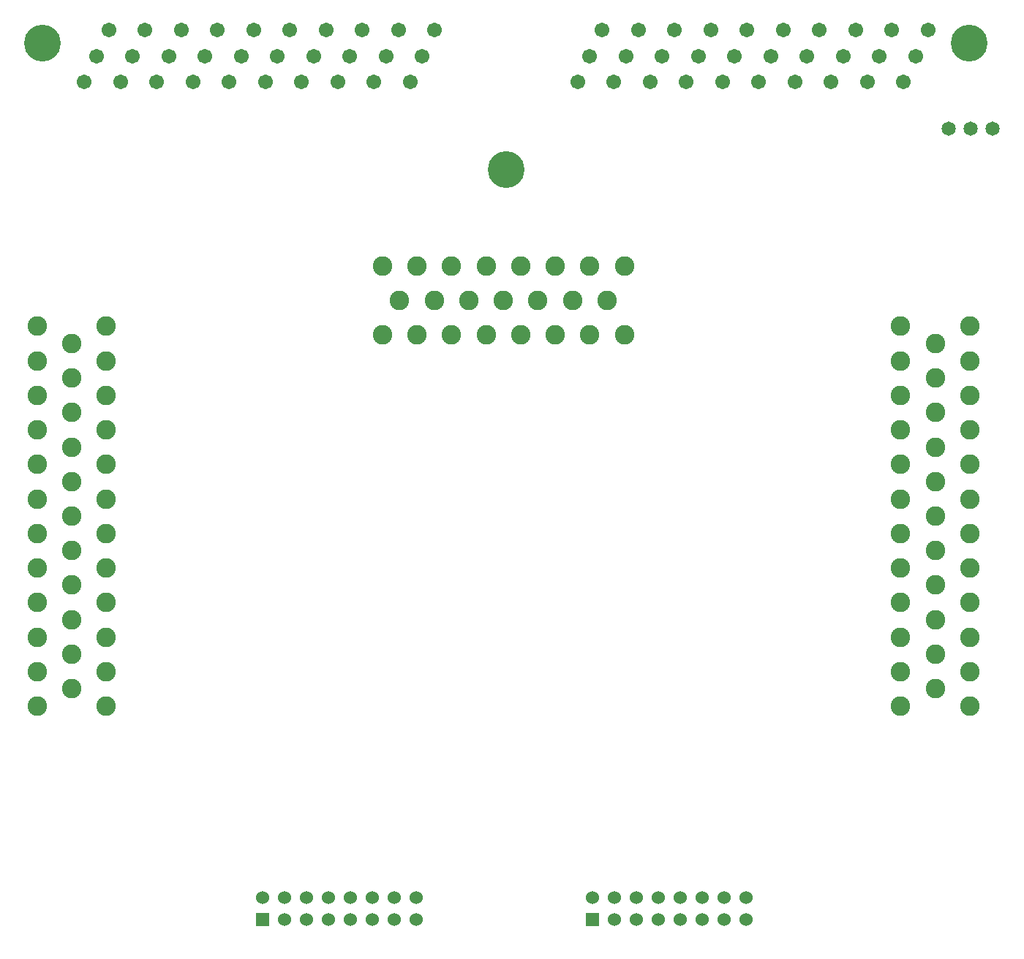
<source format=gbs>
G04 #@! TF.GenerationSoftware,KiCad,Pcbnew,(5.1.8)-1*
G04 #@! TF.CreationDate,2021-01-12T20:25:40-06:00*
G04 #@! TF.ProjectId,5.0mustangProteusPnP,352e306d-7573-4746-916e-6750726f7465,R0.1*
G04 #@! TF.SameCoordinates,Original*
G04 #@! TF.FileFunction,Soldermask,Bot*
G04 #@! TF.FilePolarity,Negative*
%FSLAX46Y46*%
G04 Gerber Fmt 4.6, Leading zero omitted, Abs format (unit mm)*
G04 Created by KiCad (PCBNEW (5.1.8)-1) date 2021-01-12 20:25:40*
%MOMM*%
%LPD*%
G01*
G04 APERTURE LIST*
%ADD10C,1.714652*%
%ADD11C,4.250152*%
%ADD12C,1.651152*%
%ADD13C,2.260752*%
%ADD14C,1.524152*%
G04 APERTURE END LIST*
D10*
X117195600Y-72212200D03*
X121386400Y-72212200D03*
X125577200Y-72212200D03*
X129768000Y-72212200D03*
X133958800Y-72212200D03*
X138149600Y-72212200D03*
X142340400Y-72212200D03*
X146531200Y-72212200D03*
X150722000Y-72212200D03*
X154912800Y-72212200D03*
X118611600Y-69187200D03*
X122802400Y-69187200D03*
X126993200Y-69187200D03*
X131184000Y-69187200D03*
X135374800Y-69187200D03*
X139565600Y-69187200D03*
X143756400Y-69187200D03*
X147947200Y-69187200D03*
X152138000Y-69187200D03*
X156328800Y-69187200D03*
X120027600Y-66162200D03*
X124218400Y-66162200D03*
X128409200Y-66162200D03*
X132600000Y-66162200D03*
X136790800Y-66162200D03*
X140981600Y-66162200D03*
X145172400Y-66162200D03*
X149363200Y-66162200D03*
X153554000Y-66162200D03*
X157744800Y-66162200D03*
X174316800Y-72212200D03*
X178507600Y-72212200D03*
X182698400Y-72212200D03*
X186889200Y-72212200D03*
X191080000Y-72212200D03*
X195270800Y-72212200D03*
X199461600Y-72212200D03*
X203652400Y-72212200D03*
X207843200Y-72212200D03*
X212034000Y-72212200D03*
X175732800Y-69187200D03*
X179923600Y-69187200D03*
X184114400Y-69187200D03*
X188305200Y-69187200D03*
X192496000Y-69187200D03*
X196686800Y-69187200D03*
X200877600Y-69187200D03*
X205068400Y-69187200D03*
X209259200Y-69187200D03*
X213450000Y-69187200D03*
X177148800Y-66162200D03*
X181339600Y-66162200D03*
X185530400Y-66162200D03*
X189721200Y-66162200D03*
X193912000Y-66162200D03*
X198102800Y-66162200D03*
X202293600Y-66162200D03*
X206484400Y-66162200D03*
X210675200Y-66162200D03*
X214866000Y-66162200D03*
D11*
X112400600Y-67712200D03*
X219643600Y-67712200D03*
X166022800Y-82352200D03*
D12*
X217246200Y-77569060D03*
X219786200Y-77569060D03*
X222326200Y-77569060D03*
D13*
X179716999Y-93500000D03*
X175717000Y-93500000D03*
X171717000Y-93500000D03*
X167717000Y-93500000D03*
X163717001Y-93500000D03*
X159717001Y-93500000D03*
X155717002Y-93500000D03*
X151717002Y-93500000D03*
X177717003Y-97500000D03*
X173717004Y-97500000D03*
X169717004Y-97500000D03*
X165717002Y-97500000D03*
X161717010Y-97500000D03*
X157717005Y-97500000D03*
X153717006Y-97500000D03*
X179716999Y-101499999D03*
X175717000Y-101499999D03*
X171717000Y-101499999D03*
X167717000Y-101499999D03*
X163717001Y-101499999D03*
X159717001Y-101499999D03*
X155717002Y-101499999D03*
X151717002Y-101499999D03*
X219717000Y-144500001D03*
X219717000Y-140500001D03*
X219717000Y-136500002D03*
X219717000Y-132500002D03*
X219717000Y-128500002D03*
X219717000Y-124500003D03*
X219717000Y-120500003D03*
X219717000Y-116500004D03*
X219717000Y-112500004D03*
X219717000Y-108500004D03*
X219717000Y-104500005D03*
X219717000Y-100500005D03*
X215717000Y-142499962D03*
X215717000Y-138499970D03*
X215717000Y-134499978D03*
X215717000Y-130474586D03*
X215717000Y-126499994D03*
X215717000Y-122500002D03*
X215717000Y-118500010D03*
X215717000Y-114525418D03*
X215717000Y-110500026D03*
X215717000Y-106500034D03*
X215717000Y-102500042D03*
X211717001Y-144500001D03*
X211717001Y-140500001D03*
X211717001Y-136500002D03*
X211717001Y-132500002D03*
X211717001Y-128500002D03*
X211717001Y-124500003D03*
X211717001Y-120500003D03*
X211717001Y-116500004D03*
X211717001Y-112500004D03*
X211717001Y-108500004D03*
X211717001Y-104500005D03*
X211717001Y-100500005D03*
X111753000Y-100499999D03*
X111753000Y-104499999D03*
X111753000Y-108499998D03*
X111753000Y-112499998D03*
X111753000Y-116499998D03*
X111753000Y-120499997D03*
X111753000Y-124499997D03*
X111753000Y-128499996D03*
X111753000Y-132499996D03*
X111753000Y-136499996D03*
X111753000Y-140499995D03*
X111753000Y-144499995D03*
X115753000Y-102500038D03*
X115753000Y-106500030D03*
X115753000Y-110500022D03*
X115753000Y-114525414D03*
X115753000Y-118500006D03*
X115753000Y-122499998D03*
X115753000Y-126499990D03*
X115753000Y-130474582D03*
X115753000Y-134499974D03*
X115753000Y-138499966D03*
X115753000Y-142499958D03*
X119752999Y-100499999D03*
X119752999Y-104499999D03*
X119752999Y-108499998D03*
X119752999Y-112499998D03*
X119752999Y-116499998D03*
X119752999Y-120499997D03*
X119752999Y-124499997D03*
X119752999Y-128499996D03*
X119752999Y-132499996D03*
X119752999Y-136499996D03*
X119752999Y-140499995D03*
X119752999Y-144499995D03*
G36*
G01*
X137061334Y-170012360D02*
X137061334Y-168488360D01*
G75*
G02*
X137061410Y-168488284I76J0D01*
G01*
X138585410Y-168488284D01*
G75*
G02*
X138585486Y-168488360I0J-76D01*
G01*
X138585486Y-170012360D01*
G75*
G02*
X138585410Y-170012436I-76J0D01*
G01*
X137061410Y-170012436D01*
G75*
G02*
X137061334Y-170012360I0J76D01*
G01*
G37*
D14*
X137823410Y-166710360D03*
X140363410Y-169250360D03*
X140363410Y-166710360D03*
X142903410Y-169250360D03*
X142903410Y-166710360D03*
X145443410Y-169250360D03*
X145443410Y-166710360D03*
X147983410Y-169250360D03*
X147983410Y-166710360D03*
X150523410Y-169250360D03*
X150523410Y-166710360D03*
X153063410Y-169250360D03*
X153063410Y-166710360D03*
X155603410Y-169250360D03*
X155603410Y-166710360D03*
G36*
G01*
X175267924Y-170012360D02*
X175267924Y-168488360D01*
G75*
G02*
X175268000Y-168488284I76J0D01*
G01*
X176792000Y-168488284D01*
G75*
G02*
X176792076Y-168488360I0J-76D01*
G01*
X176792076Y-170012360D01*
G75*
G02*
X176792000Y-170012436I-76J0D01*
G01*
X175268000Y-170012436D01*
G75*
G02*
X175267924Y-170012360I0J76D01*
G01*
G37*
X176030000Y-166710360D03*
X178570000Y-169250360D03*
X178570000Y-166710360D03*
X181110000Y-169250360D03*
X181110000Y-166710360D03*
X183650000Y-169250360D03*
X183650000Y-166710360D03*
X186190000Y-169250360D03*
X186190000Y-166710360D03*
X188730000Y-169250360D03*
X188730000Y-166710360D03*
X191270000Y-169250360D03*
X191270000Y-166710360D03*
X193810000Y-169250360D03*
X193810000Y-166710360D03*
M02*

</source>
